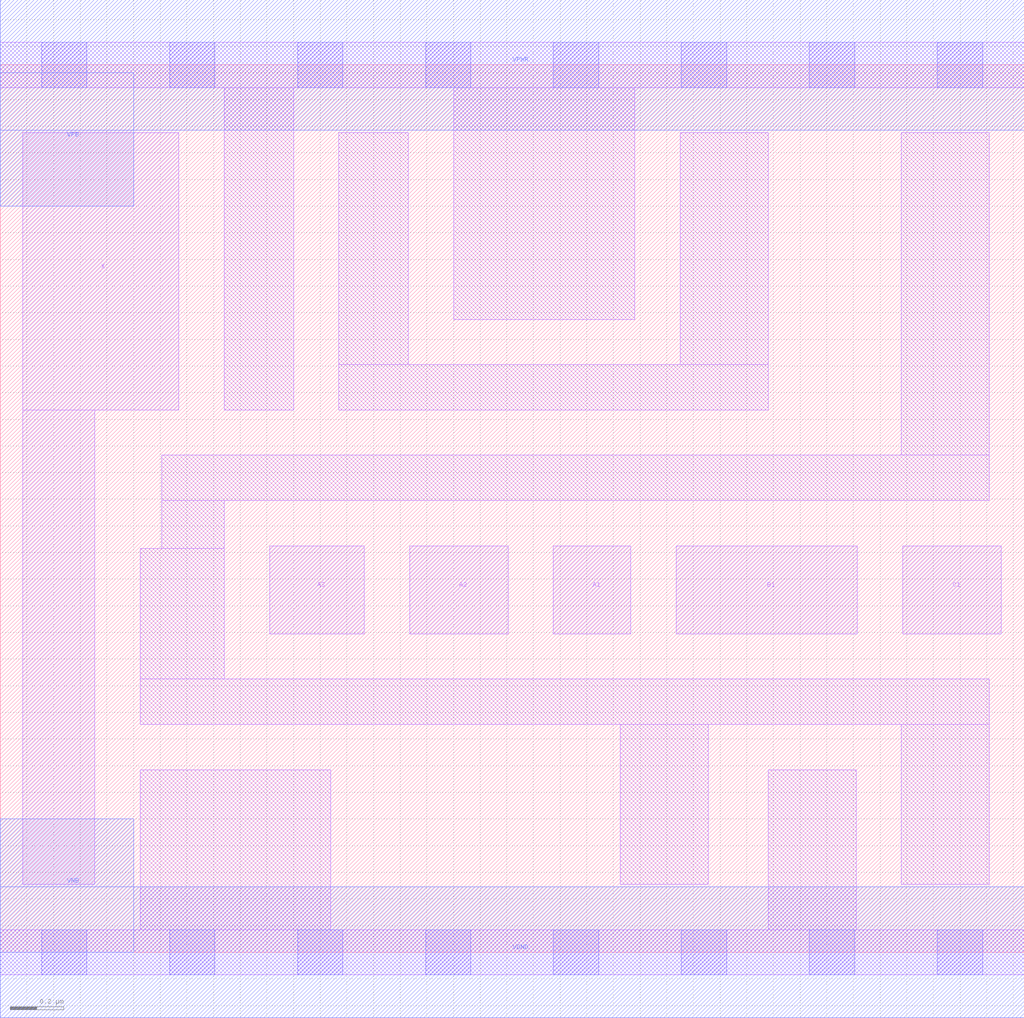
<source format=lef>
# Copyright 2020 The SkyWater PDK Authors
#
# Licensed under the Apache License, Version 2.0 (the "License");
# you may not use this file except in compliance with the License.
# You may obtain a copy of the License at
#
#     https://www.apache.org/licenses/LICENSE-2.0
#
# Unless required by applicable law or agreed to in writing, software
# distributed under the License is distributed on an "AS IS" BASIS,
# WITHOUT WARRANTIES OR CONDITIONS OF ANY KIND, either express or implied.
# See the License for the specific language governing permissions and
# limitations under the License.
#
# SPDX-License-Identifier: Apache-2.0

VERSION 5.5 ;
NAMESCASESENSITIVE ON ;
BUSBITCHARS "[]" ;
DIVIDERCHAR "/" ;
MACRO sky130_fd_sc_lp__a311o_1
  CLASS CORE ;
  SOURCE USER ;
  ORIGIN  0.000000  0.000000 ;
  SIZE  3.840000 BY  3.330000 ;
  SYMMETRY X Y R90 ;
  SITE unit ;
  PIN A1
    ANTENNAGATEAREA  0.315000 ;
    DIRECTION INPUT ;
    USE SIGNAL ;
    PORT
      LAYER li1 ;
        RECT 2.075000 1.195000 2.365000 1.525000 ;
    END
  END A1
  PIN A2
    ANTENNAGATEAREA  0.315000 ;
    DIRECTION INPUT ;
    USE SIGNAL ;
    PORT
      LAYER li1 ;
        RECT 1.535000 1.195000 1.905000 1.525000 ;
    END
  END A2
  PIN A3
    ANTENNAGATEAREA  0.315000 ;
    DIRECTION INPUT ;
    USE SIGNAL ;
    PORT
      LAYER li1 ;
        RECT 1.010000 1.195000 1.365000 1.525000 ;
    END
  END A3
  PIN B1
    ANTENNAGATEAREA  0.315000 ;
    DIRECTION INPUT ;
    USE SIGNAL ;
    PORT
      LAYER li1 ;
        RECT 2.535000 1.195000 3.215000 1.525000 ;
    END
  END B1
  PIN C1
    ANTENNAGATEAREA  0.315000 ;
    DIRECTION INPUT ;
    USE SIGNAL ;
    PORT
      LAYER li1 ;
        RECT 3.385000 1.195000 3.755000 1.525000 ;
    END
  END C1
  PIN X
    ANTENNADIFFAREA  0.556500 ;
    DIRECTION OUTPUT ;
    USE SIGNAL ;
    PORT
      LAYER li1 ;
        RECT 0.085000 0.255000 0.355000 2.035000 ;
        RECT 0.085000 2.035000 0.670000 3.075000 ;
    END
  END X
  PIN VGND
    DIRECTION INOUT ;
    USE GROUND ;
    PORT
      LAYER met1 ;
        RECT 0.000000 -0.245000 3.840000 0.245000 ;
    END
  END VGND
  PIN VNB
    DIRECTION INOUT ;
    USE GROUND ;
    PORT
    END
  END VNB
  PIN VPB
    DIRECTION INOUT ;
    USE POWER ;
    PORT
    END
  END VPB
  PIN VNB
    DIRECTION INOUT ;
    USE GROUND ;
    PORT
      LAYER met1 ;
        RECT 0.000000 0.000000 0.500000 0.500000 ;
    END
  END VNB
  PIN VPB
    DIRECTION INOUT ;
    USE POWER ;
    PORT
      LAYER met1 ;
        RECT 0.000000 2.800000 0.500000 3.300000 ;
    END
  END VPB
  PIN VPWR
    DIRECTION INOUT ;
    USE POWER ;
    PORT
      LAYER met1 ;
        RECT 0.000000 3.085000 3.840000 3.575000 ;
    END
  END VPWR
  OBS
    LAYER li1 ;
      RECT 0.000000 -0.085000 3.840000 0.085000 ;
      RECT 0.000000  3.245000 3.840000 3.415000 ;
      RECT 0.525000  0.085000 1.240000 0.685000 ;
      RECT 0.525000  0.855000 3.710000 1.025000 ;
      RECT 0.525000  1.025000 0.840000 1.515000 ;
      RECT 0.605000  1.515000 0.840000 1.695000 ;
      RECT 0.605000  1.695000 3.710000 1.865000 ;
      RECT 0.840000  2.035000 1.100000 3.245000 ;
      RECT 1.270000  2.035000 2.880000 2.205000 ;
      RECT 1.270000  2.205000 1.530000 3.075000 ;
      RECT 1.700000  2.375000 2.380000 3.245000 ;
      RECT 2.325000  0.255000 2.655000 0.855000 ;
      RECT 2.550000  2.205000 2.880000 3.075000 ;
      RECT 2.880000  0.085000 3.210000 0.685000 ;
      RECT 3.380000  0.255000 3.710000 0.855000 ;
      RECT 3.380000  1.865000 3.710000 3.075000 ;
    LAYER mcon ;
      RECT 0.155000 -0.085000 0.325000 0.085000 ;
      RECT 0.155000  3.245000 0.325000 3.415000 ;
      RECT 0.635000 -0.085000 0.805000 0.085000 ;
      RECT 0.635000  3.245000 0.805000 3.415000 ;
      RECT 1.115000 -0.085000 1.285000 0.085000 ;
      RECT 1.115000  3.245000 1.285000 3.415000 ;
      RECT 1.595000 -0.085000 1.765000 0.085000 ;
      RECT 1.595000  3.245000 1.765000 3.415000 ;
      RECT 2.075000 -0.085000 2.245000 0.085000 ;
      RECT 2.075000  3.245000 2.245000 3.415000 ;
      RECT 2.555000 -0.085000 2.725000 0.085000 ;
      RECT 2.555000  3.245000 2.725000 3.415000 ;
      RECT 3.035000 -0.085000 3.205000 0.085000 ;
      RECT 3.035000  3.245000 3.205000 3.415000 ;
      RECT 3.515000 -0.085000 3.685000 0.085000 ;
      RECT 3.515000  3.245000 3.685000 3.415000 ;
  END
END sky130_fd_sc_lp__a311o_1
END LIBRARY

</source>
